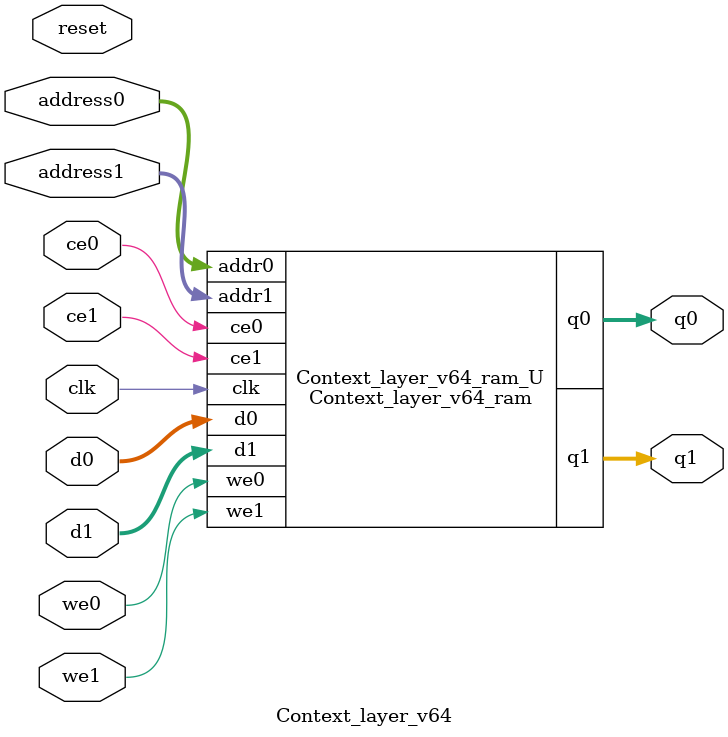
<source format=v>
`timescale 1 ns / 1 ps
module Context_layer_v64_ram (addr0, ce0, d0, we0, q0, addr1, ce1, d1, we1, q1,  clk);

parameter DWIDTH = 32;
parameter AWIDTH = 6;
parameter MEM_SIZE = 64;

input[AWIDTH-1:0] addr0;
input ce0;
input[DWIDTH-1:0] d0;
input we0;
output reg[DWIDTH-1:0] q0;
input[AWIDTH-1:0] addr1;
input ce1;
input[DWIDTH-1:0] d1;
input we1;
output reg[DWIDTH-1:0] q1;
input clk;

(* ram_style = "block" *)reg [DWIDTH-1:0] ram[0:MEM_SIZE-1];




always @(posedge clk)  
begin 
    if (ce0) begin
        if (we0) 
            ram[addr0] <= d0; 
        q0 <= ram[addr0];
    end
end


always @(posedge clk)  
begin 
    if (ce1) begin
        if (we1) 
            ram[addr1] <= d1; 
        q1 <= ram[addr1];
    end
end


endmodule

`timescale 1 ns / 1 ps
module Context_layer_v64(
    reset,
    clk,
    address0,
    ce0,
    we0,
    d0,
    q0,
    address1,
    ce1,
    we1,
    d1,
    q1);

parameter DataWidth = 32'd32;
parameter AddressRange = 32'd64;
parameter AddressWidth = 32'd6;
input reset;
input clk;
input[AddressWidth - 1:0] address0;
input ce0;
input we0;
input[DataWidth - 1:0] d0;
output[DataWidth - 1:0] q0;
input[AddressWidth - 1:0] address1;
input ce1;
input we1;
input[DataWidth - 1:0] d1;
output[DataWidth - 1:0] q1;



Context_layer_v64_ram Context_layer_v64_ram_U(
    .clk( clk ),
    .addr0( address0 ),
    .ce0( ce0 ),
    .we0( we0 ),
    .d0( d0 ),
    .q0( q0 ),
    .addr1( address1 ),
    .ce1( ce1 ),
    .we1( we1 ),
    .d1( d1 ),
    .q1( q1 ));

endmodule


</source>
